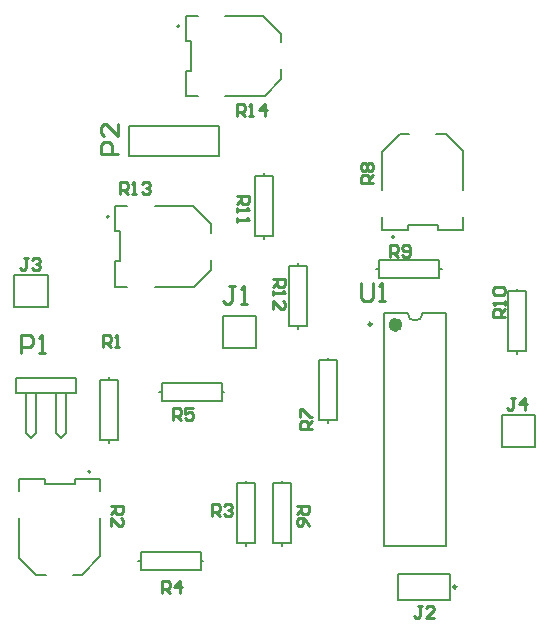
<source format=gto>
G04*
G04 #@! TF.GenerationSoftware,Altium Limited,Altium Designer,20.2.5 (213)*
G04*
G04 Layer_Color=65535*
%FSLAX44Y44*%
%MOMM*%
G71*
G04*
G04 #@! TF.SameCoordinates,20EFB839-5586-4B36-B009-22FAA6886690*
G04*
G04*
G04 #@! TF.FilePolarity,Positive*
G04*
G01*
G75*
%ADD10C,0.2000*%
%ADD11C,0.2500*%
%ADD12C,0.6000*%
%ADD13C,0.1270*%
%ADD14C,0.2540*%
D10*
X360045Y287095D02*
G03*
X372745Y287095I6350J0D01*
G01*
X348745Y351495D02*
G03*
X348745Y351495I-1000J0D01*
G01*
X91405Y152695D02*
G03*
X91405Y152695I-1000J0D01*
G01*
X167075Y529825D02*
G03*
X167075Y529825I-1000J0D01*
G01*
X107385Y368535D02*
G03*
X107385Y368535I-1000J0D01*
G01*
X339895Y90095D02*
Y287095D01*
X392895Y90095D02*
Y287095D01*
X339895D02*
X360045D01*
X372745D02*
X392895D01*
X339895Y90095D02*
X392895D01*
X452755Y254635D02*
X460375D01*
Y305435D01*
X445135D02*
X460375D01*
X445135Y254635D02*
Y305435D01*
Y254635D02*
X452755D01*
Y305435D02*
Y307721D01*
Y252349D02*
Y254635D01*
X285115Y247015D02*
X292735D01*
X285115Y196215D02*
Y247015D01*
Y196215D02*
X300355D01*
Y247015D01*
X292735D02*
X300355D01*
X292735Y193929D02*
Y196215D01*
Y247015D02*
Y249301D01*
X386715Y324485D02*
Y332105D01*
X335915D02*
X386715D01*
X335915Y316865D02*
Y332105D01*
Y316865D02*
X386715D01*
Y324485D01*
X333629D02*
X335915D01*
X386715D02*
X389001D01*
X468225Y173875D02*
Y200775D01*
X439825D02*
X468225D01*
X439825Y173875D02*
Y200775D01*
Y173875D02*
X468225D01*
X99695Y230505D02*
X107315D01*
X99695Y179705D02*
Y230505D01*
Y179705D02*
X114935D01*
Y230505D01*
X107315D02*
X114935D01*
X107315Y177419D02*
Y179705D01*
Y230505D02*
Y232791D01*
X238125Y352425D02*
X245745D01*
Y403225D01*
X230505D02*
X245745D01*
X230505Y352425D02*
Y403225D01*
Y352425D02*
X238125D01*
Y403225D02*
Y405511D01*
Y350139D02*
Y352425D01*
X70908Y185208D02*
Y219075D01*
X66675Y180975D02*
X70908Y185208D01*
X62442D02*
X66675Y180975D01*
X62442Y185208D02*
Y219075D01*
X45508Y185208D02*
Y219075D01*
X41275Y180975D02*
X45508Y185208D01*
X37042D02*
X41275Y180975D01*
X37042Y185208D02*
Y219075D01*
X28575Y231775D02*
X79375D01*
X28575Y219075D02*
Y231775D01*
X79375Y219075D02*
Y231775D01*
X28575Y219075D02*
X79375D01*
X267335Y276225D02*
X274955D01*
Y327025D01*
X259715D02*
X274955D01*
X259715Y276225D02*
Y327025D01*
Y276225D02*
X267335D01*
Y327025D02*
Y329311D01*
Y273939D02*
Y276225D01*
X253365Y92075D02*
X260985D01*
Y142875D01*
X245745D02*
X260985D01*
X245745Y92075D02*
Y142875D01*
Y92075D02*
X253365D01*
Y142875D02*
Y145161D01*
Y89789D02*
Y92075D01*
X215265Y142875D02*
X222885D01*
X215265Y92075D02*
Y142875D01*
Y92075D02*
X230505D01*
Y142875D01*
X222885D02*
X230505D01*
X222885Y89789D02*
Y92075D01*
Y142875D02*
Y145161D01*
X184785Y76835D02*
Y84455D01*
X133985D02*
X184785D01*
X133985Y69215D02*
Y84455D01*
Y69215D02*
X184785D01*
Y76835D01*
X131699D02*
X133985D01*
X184785D02*
X187071D01*
X202565Y220345D02*
Y227965D01*
X151765D02*
X202565D01*
X151765Y212725D02*
Y227965D01*
Y212725D02*
X202565D01*
Y220345D01*
X149479D02*
X151765D01*
X202565D02*
X204851D01*
X123825Y445135D02*
X200025D01*
X123825Y419735D02*
Y445135D01*
Y419735D02*
X200025D01*
Y445135D01*
X55475Y291985D02*
Y318885D01*
X27075D02*
X55475D01*
X27075Y291985D02*
Y318885D01*
Y291985D02*
X55475D01*
X395765Y44245D02*
Y66245D01*
X352265D02*
X395765D01*
X352265Y44245D02*
Y66245D01*
Y44245D02*
X395765D01*
X232005Y257695D02*
Y284595D01*
X203605D02*
X232005D01*
X203605Y257695D02*
Y284595D01*
Y257695D02*
X232005D01*
D11*
X329545Y277795D02*
G03*
X329545Y277795I-1250J0D01*
G01*
X401265Y55245D02*
G03*
X401265Y55245I-1250J0D01*
G01*
D12*
X352895Y277095D02*
G03*
X352895Y277095I-3000J0D01*
G01*
D13*
X406795Y390945D02*
Y424495D01*
X392745Y438495D02*
X406795Y424495D01*
X384245Y438495D02*
X392745D01*
X354045D02*
X361245D01*
X338695Y423095D02*
X354045Y438495D01*
X338695Y390945D02*
Y423095D01*
X406795Y357495D02*
Y368045D01*
X385445Y357495D02*
X406795D01*
X385445D02*
Y361995D01*
X360045D02*
X385445D01*
X360045Y357495D02*
Y361995D01*
X338695Y357495D02*
X360045D01*
X338695D02*
Y368045D01*
X31355Y79695D02*
Y113245D01*
Y79695D02*
X45405Y65695D01*
X53905D01*
X76905D02*
X84105D01*
X99455Y81095D01*
Y113245D01*
X31355Y136145D02*
Y146695D01*
X52705D01*
Y142195D02*
Y146695D01*
Y142195D02*
X78105D01*
Y146695D01*
X99455D01*
Y136145D02*
Y146695D01*
X205525Y470775D02*
X239075D01*
X253075Y484825D01*
Y493325D01*
Y516325D02*
Y523525D01*
X237675Y538875D02*
X253075Y523525D01*
X205525Y538875D02*
X237675D01*
X172075Y470775D02*
X182625D01*
X172075D02*
Y492125D01*
X176575D01*
Y517525D01*
X172075D02*
X176575D01*
X172075D02*
Y538875D01*
X182625D01*
X145835Y309485D02*
X179385D01*
X193385Y323535D01*
Y332035D01*
Y355035D02*
Y362235D01*
X177985Y377585D02*
X193385Y362235D01*
X145835Y377585D02*
X177985D01*
X112385Y309485D02*
X122935D01*
X112385D02*
Y330835D01*
X116885D01*
Y356235D01*
X112385D02*
X116885D01*
X112385D02*
Y377585D01*
X122935D01*
D14*
X320294Y312669D02*
Y299973D01*
X322833Y297434D01*
X327911D01*
X330451Y299973D01*
Y312669D01*
X335529Y297434D02*
X340607D01*
X338068D01*
Y312669D01*
X335529Y310130D01*
X215269Y454027D02*
Y464183D01*
X220347D01*
X222040Y462491D01*
Y459105D01*
X220347Y457412D01*
X215269D01*
X218655D02*
X222040Y454027D01*
X225426D02*
X228811D01*
X227119D01*
Y464183D01*
X225426Y462491D01*
X238968Y454027D02*
Y464183D01*
X233890Y459105D01*
X240661D01*
X116209Y387987D02*
Y398143D01*
X121287D01*
X122980Y396451D01*
Y393065D01*
X121287Y391372D01*
X116209D01*
X119595D02*
X122980Y387987D01*
X126366D02*
X129751D01*
X128059D01*
Y398143D01*
X126366Y396451D01*
X134830D02*
X136523Y398143D01*
X139908D01*
X141601Y396451D01*
Y394758D01*
X139908Y393065D01*
X138215D01*
X139908D01*
X141601Y391372D01*
Y389679D01*
X139908Y387987D01*
X136523D01*
X134830Y389679D01*
X330833Y397301D02*
X320677D01*
Y402379D01*
X322369Y404072D01*
X325755D01*
X327448Y402379D01*
Y397301D01*
Y400687D02*
X330833Y404072D01*
X322369Y407458D02*
X320677Y409151D01*
Y412536D01*
X322369Y414229D01*
X324062D01*
X325755Y412536D01*
X327448Y414229D01*
X329141D01*
X330833Y412536D01*
Y409151D01*
X329141Y407458D01*
X327448D01*
X325755Y409151D01*
X324062Y407458D01*
X322369D01*
X325755Y409151D02*
Y412536D01*
X108587Y123399D02*
X118743D01*
Y118321D01*
X117051Y116628D01*
X113665D01*
X111972Y118321D01*
Y123399D01*
Y120013D02*
X108587Y116628D01*
Y106471D02*
Y113242D01*
X115358Y106471D01*
X117051D01*
X118743Y108164D01*
Y111549D01*
X117051Y113242D01*
X245747Y315591D02*
X255903D01*
Y310513D01*
X254211Y308820D01*
X250825D01*
X249132Y310513D01*
Y315591D01*
Y312205D02*
X245747Y308820D01*
Y305434D02*
Y302049D01*
Y303741D01*
X255903D01*
X254211Y305434D01*
X245747Y290199D02*
Y296970D01*
X252518Y290199D01*
X254211D01*
X255903Y291892D01*
Y295277D01*
X254211Y296970D01*
X215267Y386288D02*
X225423D01*
Y381210D01*
X223731Y379517D01*
X220345D01*
X218652Y381210D01*
Y386288D01*
Y382902D02*
X215267Y379517D01*
Y376131D02*
Y372746D01*
Y374439D01*
X225423D01*
X223731Y376131D01*
X215267Y367667D02*
Y364282D01*
Y365975D01*
X225423D01*
X223731Y367667D01*
X442593Y283849D02*
X432437D01*
Y288927D01*
X434129Y290620D01*
X437515D01*
X439208Y288927D01*
Y283849D01*
Y287235D02*
X442593Y290620D01*
Y294006D02*
Y297391D01*
Y295699D01*
X432437D01*
X434129Y294006D01*
Y302470D02*
X432437Y304163D01*
Y307548D01*
X434129Y309241D01*
X440901D01*
X442593Y307548D01*
Y304163D01*
X440901Y302470D01*
X434129D01*
X345231Y334647D02*
Y344803D01*
X350309D01*
X352002Y343111D01*
Y339725D01*
X350309Y338032D01*
X345231D01*
X348617D02*
X352002Y334647D01*
X355388Y336339D02*
X357081Y334647D01*
X360466D01*
X362159Y336339D01*
Y343111D01*
X360466Y344803D01*
X357081D01*
X355388Y343111D01*
Y341418D01*
X357081Y339725D01*
X362159D01*
X278763Y189021D02*
X268607D01*
Y194099D01*
X270299Y195792D01*
X273685D01*
X275378Y194099D01*
Y189021D01*
Y192407D02*
X278763Y195792D01*
X268607Y199178D02*
Y205949D01*
X270299D01*
X277071Y199178D01*
X278763D01*
X266067Y123399D02*
X276223D01*
Y118321D01*
X274531Y116628D01*
X271145D01*
X269452Y118321D01*
Y123399D01*
Y120013D02*
X266067Y116628D01*
X276223Y106471D02*
X274531Y109857D01*
X271145Y113242D01*
X267759D01*
X266067Y111549D01*
Y108164D01*
X267759Y106471D01*
X269452D01*
X271145Y108164D01*
Y113242D01*
X161081Y196217D02*
Y206373D01*
X166159D01*
X167852Y204681D01*
Y201295D01*
X166159Y199602D01*
X161081D01*
X164467D02*
X167852Y196217D01*
X178009Y206373D02*
X171238D01*
Y201295D01*
X174623Y202988D01*
X176316D01*
X178009Y201295D01*
Y197909D01*
X176316Y196217D01*
X172931D01*
X171238Y197909D01*
X152191Y50167D02*
Y60323D01*
X157269D01*
X158962Y58631D01*
Y55245D01*
X157269Y53552D01*
X152191D01*
X155577D02*
X158962Y50167D01*
X167426D02*
Y60323D01*
X162348Y55245D01*
X169119D01*
X194101Y114937D02*
Y125093D01*
X199179D01*
X200872Y123401D01*
Y120015D01*
X199179Y118322D01*
X194101D01*
X197487D02*
X200872Y114937D01*
X204258Y123401D02*
X205951Y125093D01*
X209336D01*
X211029Y123401D01*
Y121708D01*
X209336Y120015D01*
X207643D01*
X209336D01*
X211029Y118322D01*
Y116629D01*
X209336Y114937D01*
X205951D01*
X204258Y116629D01*
X101814Y258447D02*
Y268603D01*
X106892D01*
X108585Y266911D01*
Y263525D01*
X106892Y261832D01*
X101814D01*
X105199D02*
X108585Y258447D01*
X111971D02*
X115356D01*
X113663D01*
Y268603D01*
X111971Y266911D01*
X115316Y421386D02*
X100081D01*
Y429003D01*
X102620Y431543D01*
X107698D01*
X110238Y429003D01*
Y421386D01*
X115316Y446778D02*
Y436621D01*
X105159Y446778D01*
X102620D01*
X100081Y444239D01*
Y439160D01*
X102620Y436621D01*
X32388Y253368D02*
Y268603D01*
X40006D01*
X42545Y266063D01*
Y260985D01*
X40006Y258446D01*
X32388D01*
X47623Y253368D02*
X52702D01*
X50163D01*
Y268603D01*
X47623Y266063D01*
X451062Y215263D02*
X447677D01*
X449369D01*
Y206799D01*
X447677Y205107D01*
X445984D01*
X444291Y206799D01*
X459526Y205107D02*
Y215263D01*
X454448Y210185D01*
X461219D01*
X38312Y333373D02*
X34927D01*
X36619D01*
Y324909D01*
X34927Y323217D01*
X33234D01*
X31541Y324909D01*
X41698Y331681D02*
X43391Y333373D01*
X46776D01*
X48469Y331681D01*
Y329988D01*
X46776Y328295D01*
X45083D01*
X46776D01*
X48469Y326602D01*
Y324909D01*
X46776Y323217D01*
X43391D01*
X41698Y324909D01*
X372322Y38733D02*
X368937D01*
X370629D01*
Y30269D01*
X368937Y28577D01*
X367244D01*
X365551Y30269D01*
X382479Y28577D02*
X375708D01*
X382479Y35348D01*
Y37041D01*
X380786Y38733D01*
X377401D01*
X375708Y37041D01*
X214119Y309621D02*
X209040D01*
X211579D01*
Y296925D01*
X209040Y294386D01*
X206501D01*
X203962Y296925D01*
X219197Y294386D02*
X224275D01*
X221736D01*
Y309621D01*
X219197Y307082D01*
M02*

</source>
